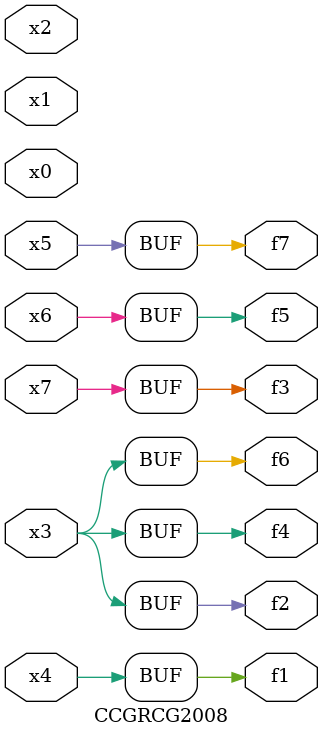
<source format=v>
module CCGRCG2008(
	input x0, x1, x2, x3, x4, x5, x6, x7,
	output f1, f2, f3, f4, f5, f6, f7
);
	assign f1 = x4;
	assign f2 = x3;
	assign f3 = x7;
	assign f4 = x3;
	assign f5 = x6;
	assign f6 = x3;
	assign f7 = x5;
endmodule

</source>
